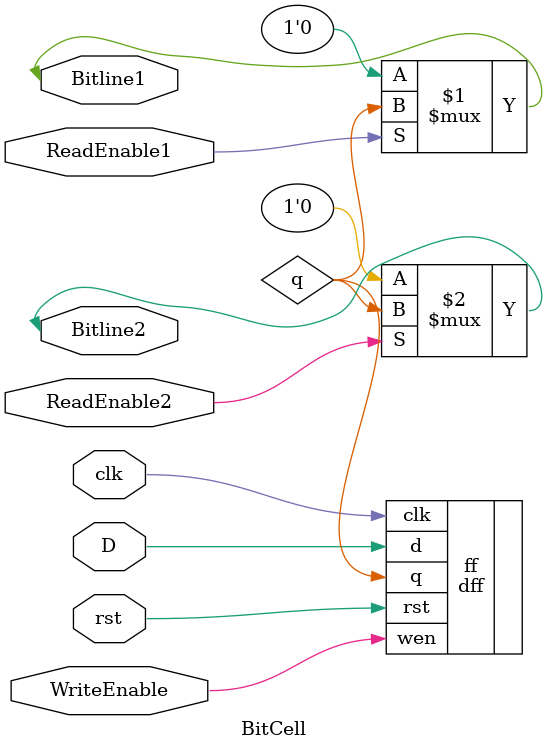
<source format=v>
module BitCell(clk, rst, D, WriteEnable, ReadEnable1, ReadEnable2, Bitline1, Bitline2);

input clk;
input rst; 
input D;
input WriteEnable;
input ReadEnable1; 
input ReadEnable2; 
inout Bitline1;
inout Bitline2;

wire q;

dff ff(.q(q), .d(D), .wen(WriteEnable), .clk(clk), .rst(rst));

assign Bitline1 = ReadEnable1? q: 1'b0;
assign Bitline2 = ReadEnable2? q: 1'b0;

endmodule

</source>
